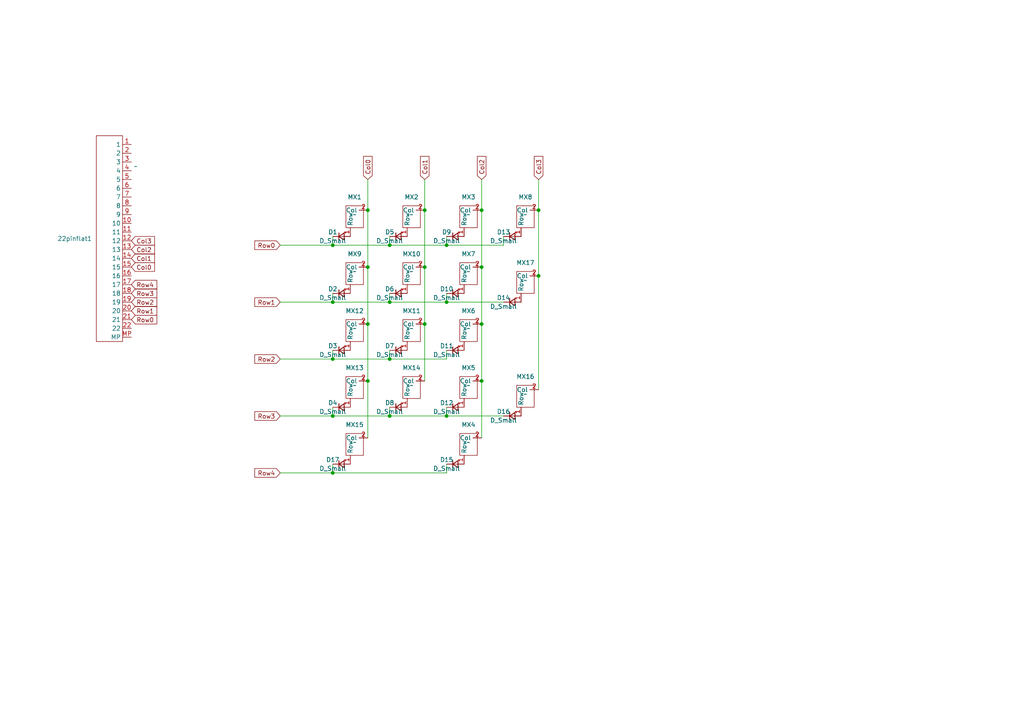
<source format=kicad_sch>
(kicad_sch (version 20230121) (generator eeschema)

  (uuid baaa0714-ba08-473a-9cc4-a622f5f125c4)

  (paper "A4")

  (lib_symbols
    (symbol "button_pcb_footprints:22_pin_flat" (in_bom yes) (on_board yes)
      (property "Reference" "22pinflat" (at 10.16 -19.05 90)
        (effects (font (size 1.27 1.27)))
      )
      (property "Value" "" (at 0 0 0)
        (effects (font (size 1.27 1.27)))
      )
      (property "Footprint" "Connector_FFC-FPC:Hirose_FH12-22S-0.5SH_1x22-1MP_P0.50mm_Horizontal" (at 0 0 0)
        (effects (font (size 1.27 1.27)) hide)
      )
      (property "Datasheet" "" (at 0 0 0)
        (effects (font (size 1.27 1.27)) hide)
      )
      (symbol "22_pin_flat_0_1"
        (rectangle (start 3.81 8.89) (end 11.43 -50.8)
          (stroke (width 0) (type default))
          (fill (type none))
        )
      )
      (symbol "22_pin_flat_1_1"
        (pin input line (at 1.27 6.35 0) (length 2.54)
          (name "1" (effects (font (size 1.27 1.27))))
          (number "1" (effects (font (size 1.27 1.27))))
        )
        (pin input line (at 1.27 -16.51 0) (length 2.54)
          (name "10" (effects (font (size 1.27 1.27))))
          (number "10" (effects (font (size 1.27 1.27))))
        )
        (pin input line (at 1.27 -19.05 0) (length 2.54)
          (name "11" (effects (font (size 1.27 1.27))))
          (number "11" (effects (font (size 1.27 1.27))))
        )
        (pin input line (at 1.27 -21.59 0) (length 2.54)
          (name "12" (effects (font (size 1.27 1.27))))
          (number "12" (effects (font (size 1.27 1.27))))
        )
        (pin input line (at 1.27 -24.13 0) (length 2.54)
          (name "13" (effects (font (size 1.27 1.27))))
          (number "13" (effects (font (size 1.27 1.27))))
        )
        (pin input line (at 1.27 -26.67 0) (length 2.54)
          (name "14" (effects (font (size 1.27 1.27))))
          (number "14" (effects (font (size 1.27 1.27))))
        )
        (pin input line (at 1.27 -29.21 0) (length 2.54)
          (name "15" (effects (font (size 1.27 1.27))))
          (number "15" (effects (font (size 1.27 1.27))))
        )
        (pin input line (at 1.27 -31.75 0) (length 2.54)
          (name "16" (effects (font (size 1.27 1.27))))
          (number "16" (effects (font (size 1.27 1.27))))
        )
        (pin input line (at 1.27 -34.29 0) (length 2.54)
          (name "17" (effects (font (size 1.27 1.27))))
          (number "17" (effects (font (size 1.27 1.27))))
        )
        (pin input line (at 1.27 -36.83 0) (length 2.54)
          (name "18" (effects (font (size 1.27 1.27))))
          (number "18" (effects (font (size 1.27 1.27))))
        )
        (pin input line (at 1.27 -39.37 0) (length 2.54)
          (name "19" (effects (font (size 1.27 1.27))))
          (number "19" (effects (font (size 1.27 1.27))))
        )
        (pin input line (at 1.27 3.81 0) (length 2.54)
          (name "2" (effects (font (size 1.27 1.27))))
          (number "2" (effects (font (size 1.27 1.27))))
        )
        (pin input line (at 1.27 -41.91 0) (length 2.54)
          (name "20" (effects (font (size 1.27 1.27))))
          (number "20" (effects (font (size 1.27 1.27))))
        )
        (pin input line (at 1.27 -44.45 0) (length 2.54)
          (name "21" (effects (font (size 1.27 1.27))))
          (number "21" (effects (font (size 1.27 1.27))))
        )
        (pin input line (at 1.27 -46.99 0) (length 2.54)
          (name "22" (effects (font (size 1.27 1.27))))
          (number "22" (effects (font (size 1.27 1.27))))
        )
        (pin input line (at 1.27 1.27 0) (length 2.54)
          (name "3" (effects (font (size 1.27 1.27))))
          (number "3" (effects (font (size 1.27 1.27))))
        )
        (pin input line (at 1.27 -1.27 0) (length 2.54)
          (name "4" (effects (font (size 1.27 1.27))))
          (number "4" (effects (font (size 1.27 1.27))))
        )
        (pin input line (at 1.27 -3.81 0) (length 2.54)
          (name "5" (effects (font (size 1.27 1.27))))
          (number "5" (effects (font (size 1.27 1.27))))
        )
        (pin input line (at 1.27 -6.35 0) (length 2.54)
          (name "6" (effects (font (size 1.27 1.27))))
          (number "6" (effects (font (size 1.27 1.27))))
        )
        (pin input line (at 1.27 -8.89 0) (length 2.54)
          (name "7" (effects (font (size 1.27 1.27))))
          (number "7" (effects (font (size 1.27 1.27))))
        )
        (pin input line (at 1.27 -11.43 0) (length 2.54)
          (name "8" (effects (font (size 1.27 1.27))))
          (number "8" (effects (font (size 1.27 1.27))))
        )
        (pin input line (at 1.27 -13.97 0) (length 2.54)
          (name "9" (effects (font (size 1.27 1.27))))
          (number "9" (effects (font (size 1.27 1.27))))
        )
        (pin input line (at 1.27 -49.53 0) (length 2.54)
          (name "MP" (effects (font (size 1.27 1.27))))
          (number "MP" (effects (font (size 1.27 1.27))))
        )
      )
    )
    (symbol "button_pcb_footprints:D_Small" (pin_numbers hide) (pin_names (offset 0.254) hide) (in_bom yes) (on_board yes)
      (property "Reference" "D" (at -1.27 2.032 0)
        (effects (font (size 1.27 1.27)) (justify left))
      )
      (property "Value" "D_Small" (at -3.81 -2.032 0)
        (effects (font (size 1.27 1.27)) (justify left))
      )
      (property "Footprint" "" (at 0 0 90)
        (effects (font (size 1.27 1.27)) hide)
      )
      (property "Datasheet" "~" (at 0 0 90)
        (effects (font (size 1.27 1.27)) hide)
      )
      (property "Sim.Device" "D" (at 0 0 0)
        (effects (font (size 1.27 1.27)) hide)
      )
      (property "Sim.Pins" "1=K 2=A" (at 0 0 0)
        (effects (font (size 1.27 1.27)) hide)
      )
      (property "ki_keywords" "diode" (at 0 0 0)
        (effects (font (size 1.27 1.27)) hide)
      )
      (property "ki_description" "Diode, small symbol" (at 0 0 0)
        (effects (font (size 1.27 1.27)) hide)
      )
      (property "ki_fp_filters" "TO-???* *_Diode_* *SingleDiode* D_*" (at 0 0 0)
        (effects (font (size 1.27 1.27)) hide)
      )
      (symbol "D_Small_0_1"
        (polyline
          (pts
            (xy -0.762 -1.016)
            (xy -0.762 1.016)
          )
          (stroke (width 0.254) (type default))
          (fill (type none))
        )
        (polyline
          (pts
            (xy -0.762 0)
            (xy 0.762 0)
          )
          (stroke (width 0) (type default))
          (fill (type none))
        )
        (polyline
          (pts
            (xy 0.762 -1.016)
            (xy -0.762 0)
            (xy 0.762 1.016)
            (xy 0.762 -1.016)
          )
          (stroke (width 0.254) (type default))
          (fill (type none))
        )
      )
      (symbol "D_Small_1_1"
        (pin passive line (at -2.54 0 0) (length 1.778)
          (name "K" (effects (font (size 1.27 1.27))))
          (number "1" (effects (font (size 1.27 1.27))))
        )
        (pin passive line (at 2.54 0 180) (length 1.778)
          (name "A" (effects (font (size 1.27 1.27))))
          (number "2" (effects (font (size 1.27 1.27))))
        )
      )
    )
    (symbol "button_pcb_footprints:mx-switch" (in_bom yes) (on_board yes)
      (property "Reference" "MX" (at 0 3.81 0)
        (effects (font (size 1.27 1.27)))
      )
      (property "Value" "" (at 0 0 0)
        (effects (font (size 1.27 1.27)))
      )
      (property "Footprint" "" (at 0 0 0)
        (effects (font (size 1.27 1.27)) hide)
      )
      (property "Datasheet" "" (at 0 0 0)
        (effects (font (size 1.27 1.27)) hide)
      )
      (symbol "mx-switch_0_1"
        (rectangle (start -2.54 2.54) (end 2.54 -3.81)
          (stroke (width 0) (type default))
          (fill (type none))
        )
      )
      (symbol "mx-switch_1_1"
        (pin input line (at -1.27 -6.35 90) (length 2.54)
          (name "Row" (effects (font (size 1.27 1.27))))
          (number "1" (effects (font (size 1.27 1.27))))
        )
        (pin input line (at 3.81 1.27 180) (length 2.54)
          (name "Col" (effects (font (size 1.27 1.27))))
          (number "2" (effects (font (size 1.27 1.27))))
        )
      )
    )
  )

  (junction (at 96.52 104.14) (diameter 0) (color 0 0 0 0)
    (uuid 01e45e40-8b83-4f37-96db-e14a789f2eca)
  )
  (junction (at 139.7 110.49) (diameter 0) (color 0 0 0 0)
    (uuid 097feb40-de7b-4c17-b687-542243e70cb4)
  )
  (junction (at 113.03 87.63) (diameter 0) (color 0 0 0 0)
    (uuid 1103e735-e593-4ce7-86ac-7f5e4046f954)
  )
  (junction (at 106.68 77.47) (diameter 0) (color 0 0 0 0)
    (uuid 171a3ab0-d43f-4754-b331-5cb191eafaff)
  )
  (junction (at 139.7 60.96) (diameter 0) (color 0 0 0 0)
    (uuid 1a186d37-5752-4b6c-a0d7-4e6af91a9f22)
  )
  (junction (at 96.52 87.63) (diameter 0) (color 0 0 0 0)
    (uuid 32c0468d-3cba-4f09-8f5e-8cb01c7db56d)
  )
  (junction (at 139.7 93.98) (diameter 0) (color 0 0 0 0)
    (uuid 48341425-d06e-484f-89ed-3739a9883eff)
  )
  (junction (at 106.68 93.98) (diameter 0) (color 0 0 0 0)
    (uuid 525c2eed-1ac4-4e34-9c26-594df8643397)
  )
  (junction (at 96.52 71.12) (diameter 0) (color 0 0 0 0)
    (uuid 64c2223a-ca4c-4c2b-91b6-d0d6f487051b)
  )
  (junction (at 123.19 77.47) (diameter 0) (color 0 0 0 0)
    (uuid 6e81df56-bfd8-45fc-baf4-4d9573dd176a)
  )
  (junction (at 106.68 60.96) (diameter 0) (color 0 0 0 0)
    (uuid 731f135c-1f8e-46f6-996e-4cf92435d849)
  )
  (junction (at 113.03 120.65) (diameter 0) (color 0 0 0 0)
    (uuid 784bdd92-2bf0-4261-84f5-e6e8450b8faf)
  )
  (junction (at 96.52 137.16) (diameter 0) (color 0 0 0 0)
    (uuid 8a7cfc0d-af20-4cd8-ab34-30e8847dceb0)
  )
  (junction (at 123.19 60.96) (diameter 0) (color 0 0 0 0)
    (uuid 98adb7ce-9208-4ef7-ae70-58f90fc75264)
  )
  (junction (at 106.68 110.49) (diameter 0) (color 0 0 0 0)
    (uuid 9952e4e4-f393-490c-89ab-d07b98422dc6)
  )
  (junction (at 113.03 104.14) (diameter 0) (color 0 0 0 0)
    (uuid aefaebb6-062b-47b9-bc02-112b9ba4fb59)
  )
  (junction (at 139.7 77.47) (diameter 0) (color 0 0 0 0)
    (uuid b26f2668-cdc1-46f8-aac1-340564d136b4)
  )
  (junction (at 129.54 87.63) (diameter 0) (color 0 0 0 0)
    (uuid bdb5018a-9881-4bba-b8ba-8cbd6e3aee8b)
  )
  (junction (at 113.03 71.12) (diameter 0) (color 0 0 0 0)
    (uuid c436a873-b0e4-4b4b-ba93-f3c9a8c804b6)
  )
  (junction (at 129.54 71.12) (diameter 0) (color 0 0 0 0)
    (uuid ce558fce-fe70-4800-9085-cb83bc0938b8)
  )
  (junction (at 96.52 120.65) (diameter 0) (color 0 0 0 0)
    (uuid e2dc63f7-7a75-4ffa-b5ca-37319e67a19c)
  )
  (junction (at 129.54 120.65) (diameter 0) (color 0 0 0 0)
    (uuid e60a44f5-cf6c-4481-b8a6-41ebe9a7bd66)
  )
  (junction (at 123.19 93.98) (diameter 0) (color 0 0 0 0)
    (uuid f956d7fb-4169-408c-b682-3efa5877f832)
  )
  (junction (at 156.21 60.96) (diameter 0) (color 0 0 0 0)
    (uuid fb38adc9-1c43-4add-b6c2-a1921cb38859)
  )
  (junction (at 156.21 80.01) (diameter 0) (color 0 0 0 0)
    (uuid fc51525e-e214-4126-a520-0543e8302169)
  )

  (wire (pts (xy 113.03 71.12) (xy 129.54 71.12))
    (stroke (width 0) (type default))
    (uuid 0123dbe6-8b60-409e-a98e-96660525dd38)
  )
  (wire (pts (xy 123.19 60.96) (xy 123.19 77.47))
    (stroke (width 0) (type default))
    (uuid 0db0882f-827c-423c-bd33-6bf313a11c9e)
  )
  (wire (pts (xy 81.28 71.12) (xy 96.52 71.12))
    (stroke (width 0) (type default))
    (uuid 0e904da1-0a80-4c4a-bc18-e6c3d97c0499)
  )
  (wire (pts (xy 96.52 104.14) (xy 113.03 104.14))
    (stroke (width 0) (type default))
    (uuid 10d3cde6-3e5c-4a11-b8ff-02f2c9914efa)
  )
  (wire (pts (xy 129.54 101.6) (xy 129.54 104.14))
    (stroke (width 0) (type default))
    (uuid 112739cd-11f1-4017-88d9-9b4805ad90cc)
  )
  (wire (pts (xy 123.19 77.47) (xy 123.19 93.98))
    (stroke (width 0) (type default))
    (uuid 17d7f386-f31e-400a-a66b-390308c28ecb)
  )
  (wire (pts (xy 96.52 101.6) (xy 96.52 104.14))
    (stroke (width 0) (type default))
    (uuid 19ce1015-d617-4775-bf44-52f3d1a2d9c5)
  )
  (wire (pts (xy 129.54 137.16) (xy 96.52 137.16))
    (stroke (width 0) (type default))
    (uuid 1cfe1e3a-4a15-49d1-bbf5-d362c5d4fd32)
  )
  (wire (pts (xy 139.7 52.07) (xy 139.7 60.96))
    (stroke (width 0) (type default))
    (uuid 24795167-3726-4521-8d94-08215a074edd)
  )
  (wire (pts (xy 81.28 87.63) (xy 96.52 87.63))
    (stroke (width 0) (type default))
    (uuid 2736e445-5cdd-45ac-8f12-69b09bbbea22)
  )
  (wire (pts (xy 156.21 60.96) (xy 156.21 80.01))
    (stroke (width 0) (type default))
    (uuid 2cb4a487-76ab-445b-94b9-6bc4941687f7)
  )
  (wire (pts (xy 106.68 110.49) (xy 106.68 127))
    (stroke (width 0) (type default))
    (uuid 34fb0287-9bbb-44d2-9b68-fe605e76fc85)
  )
  (wire (pts (xy 106.68 52.07) (xy 106.68 60.96))
    (stroke (width 0) (type default))
    (uuid 39789aa9-81e5-4778-867f-4b7f4c9a58e8)
  )
  (wire (pts (xy 106.68 93.98) (xy 106.68 110.49))
    (stroke (width 0) (type default))
    (uuid 3b6ebd94-422f-4aab-8cfe-f7a9e7bfede3)
  )
  (wire (pts (xy 113.03 85.09) (xy 113.03 87.63))
    (stroke (width 0) (type default))
    (uuid 3d5db019-e18b-4dad-a105-7bb4fc93ddc5)
  )
  (wire (pts (xy 129.54 87.63) (xy 146.05 87.63))
    (stroke (width 0) (type default))
    (uuid 41c9536e-527d-4e71-b833-752574175a54)
  )
  (wire (pts (xy 81.28 104.14) (xy 96.52 104.14))
    (stroke (width 0) (type default))
    (uuid 423dea13-87de-42cb-8702-82273cd85fae)
  )
  (wire (pts (xy 123.19 52.07) (xy 123.19 60.96))
    (stroke (width 0) (type default))
    (uuid 50ee0082-7a11-4528-89bd-12978938819e)
  )
  (wire (pts (xy 129.54 120.65) (xy 146.05 120.65))
    (stroke (width 0) (type default))
    (uuid 51831ed8-e74f-4dbc-bbc1-e8368613a306)
  )
  (wire (pts (xy 113.03 120.65) (xy 129.54 120.65))
    (stroke (width 0) (type default))
    (uuid 559c1371-cc31-4505-918a-9e65b3f7dd5a)
  )
  (wire (pts (xy 96.52 134.62) (xy 96.52 137.16))
    (stroke (width 0) (type default))
    (uuid 55bcc264-a1cf-4d7c-8920-051a6dc7df0c)
  )
  (wire (pts (xy 96.52 85.09) (xy 96.52 87.63))
    (stroke (width 0) (type default))
    (uuid 563cb4db-ce83-412f-bc4f-8ee5119a9f5c)
  )
  (wire (pts (xy 139.7 77.47) (xy 139.7 93.98))
    (stroke (width 0) (type default))
    (uuid 5684c2f3-12ee-4ea6-b498-1657bc0c03e5)
  )
  (wire (pts (xy 156.21 52.07) (xy 156.21 60.96))
    (stroke (width 0) (type default))
    (uuid 5f7fdb68-ae27-46f7-83ff-e12d2ceb5c16)
  )
  (wire (pts (xy 113.03 118.11) (xy 113.03 120.65))
    (stroke (width 0) (type default))
    (uuid 61890385-f1e4-4a39-abb2-1d9408de347a)
  )
  (wire (pts (xy 129.54 134.62) (xy 129.54 137.16))
    (stroke (width 0) (type default))
    (uuid 63ceb93f-586a-4d28-83e7-2d8d17f49e38)
  )
  (wire (pts (xy 81.28 137.16) (xy 96.52 137.16))
    (stroke (width 0) (type default))
    (uuid 71c425f7-b4b1-46b5-b3c2-f371def8460a)
  )
  (wire (pts (xy 139.7 60.96) (xy 139.7 77.47))
    (stroke (width 0) (type default))
    (uuid 755c8389-a9f5-45b6-b341-2f5ebb541292)
  )
  (wire (pts (xy 113.03 104.14) (xy 129.54 104.14))
    (stroke (width 0) (type default))
    (uuid 7859ca3f-e00f-46d4-9645-dc961f6c7cae)
  )
  (wire (pts (xy 96.52 71.12) (xy 113.03 71.12))
    (stroke (width 0) (type default))
    (uuid 868facee-fce3-446c-9276-f9a83e688c5f)
  )
  (wire (pts (xy 129.54 85.09) (xy 129.54 87.63))
    (stroke (width 0) (type default))
    (uuid 872e3476-1eb4-4d82-8e38-d514cc485677)
  )
  (wire (pts (xy 96.52 87.63) (xy 113.03 87.63))
    (stroke (width 0) (type default))
    (uuid 8af6b39b-28f6-428d-9555-03922aee01d4)
  )
  (wire (pts (xy 146.05 68.58) (xy 146.05 71.12))
    (stroke (width 0) (type default))
    (uuid 8bca84a8-d451-4409-835c-d6ec222f38d7)
  )
  (wire (pts (xy 123.19 93.98) (xy 123.19 110.49))
    (stroke (width 0) (type default))
    (uuid 8ffbf69e-4707-4705-b70e-7840a633853a)
  )
  (wire (pts (xy 96.52 120.65) (xy 113.03 120.65))
    (stroke (width 0) (type default))
    (uuid 9b44b3c3-bd03-40cb-bf7a-1f4471becc37)
  )
  (wire (pts (xy 106.68 77.47) (xy 106.68 93.98))
    (stroke (width 0) (type default))
    (uuid 9d32caff-ee05-468a-ac83-79a2f790f74e)
  )
  (wire (pts (xy 96.52 118.11) (xy 96.52 120.65))
    (stroke (width 0) (type default))
    (uuid a3ba68a7-9d50-4ea1-a486-939a7c055a44)
  )
  (wire (pts (xy 139.7 110.49) (xy 139.7 127))
    (stroke (width 0) (type default))
    (uuid a75d98f7-5615-4ab5-9cd4-4f8afb4a1156)
  )
  (wire (pts (xy 113.03 87.63) (xy 129.54 87.63))
    (stroke (width 0) (type default))
    (uuid b942a9ea-33db-4891-8677-0cfd2cd2e137)
  )
  (wire (pts (xy 129.54 71.12) (xy 146.05 71.12))
    (stroke (width 0) (type default))
    (uuid bba2d2f8-a766-45c7-b45a-86bcdb9c741a)
  )
  (wire (pts (xy 96.52 68.58) (xy 96.52 71.12))
    (stroke (width 0) (type default))
    (uuid bbcdb4aa-1050-4e15-8d95-bc76310a52bb)
  )
  (wire (pts (xy 113.03 101.6) (xy 113.03 104.14))
    (stroke (width 0) (type default))
    (uuid d4c4dc06-0128-47cf-aa92-07921348b0da)
  )
  (wire (pts (xy 156.21 80.01) (xy 156.21 113.03))
    (stroke (width 0) (type default))
    (uuid e439d909-25f5-43d9-9160-dc7a1da6acf9)
  )
  (wire (pts (xy 129.54 118.11) (xy 129.54 120.65))
    (stroke (width 0) (type default))
    (uuid e778c941-1865-4ed0-ba6f-98896a292d29)
  )
  (wire (pts (xy 113.03 68.58) (xy 113.03 71.12))
    (stroke (width 0) (type default))
    (uuid ef8bebac-2582-4d1e-83a8-20c986f669d2)
  )
  (wire (pts (xy 129.54 68.58) (xy 129.54 71.12))
    (stroke (width 0) (type default))
    (uuid f3f80627-3186-4564-8a5b-8b9ea60749c0)
  )
  (wire (pts (xy 81.28 120.65) (xy 96.52 120.65))
    (stroke (width 0) (type default))
    (uuid fbff5fc5-65b0-45ba-a5bd-b40b93026e34)
  )
  (wire (pts (xy 139.7 93.98) (xy 139.7 110.49))
    (stroke (width 0) (type default))
    (uuid fca3ea86-c68e-4aa9-8c36-0aa07f082a44)
  )
  (wire (pts (xy 106.68 60.96) (xy 106.68 77.47))
    (stroke (width 0) (type default))
    (uuid fdfcdd2a-1c91-44c8-a493-e9a95fd2bb04)
  )

  (global_label "Col1" (shape input) (at 38.1 74.93 0) (fields_autoplaced)
    (effects (font (size 1.27 1.27)) (justify left))
    (uuid 2fb4bb9a-5c46-4640-aca3-39448d300b19)
    (property "Intersheetrefs" "${INTERSHEET_REFS}" (at 45.3789 74.93 0)
      (effects (font (size 1.27 1.27)) (justify left) hide)
    )
  )
  (global_label "Row3" (shape input) (at 38.1 85.09 0) (fields_autoplaced)
    (effects (font (size 1.27 1.27)) (justify left))
    (uuid 445380b2-efb9-4534-b659-4c11c3f3e064)
    (property "Intersheetrefs" "${INTERSHEET_REFS}" (at 46.0442 85.09 0)
      (effects (font (size 1.27 1.27)) (justify left) hide)
    )
  )
  (global_label "Col2" (shape input) (at 139.7 52.07 90) (fields_autoplaced)
    (effects (font (size 1.27 1.27)) (justify left))
    (uuid 5a51fcab-9ba4-474d-a901-45b07dc47edf)
    (property "Intersheetrefs" "${INTERSHEET_REFS}" (at 139.7 44.7911 90)
      (effects (font (size 1.27 1.27)) (justify left) hide)
    )
  )
  (global_label "Col2" (shape input) (at 38.1 72.39 0) (fields_autoplaced)
    (effects (font (size 1.27 1.27)) (justify left))
    (uuid 5ec9382a-302f-419a-bc40-5f8e01d645df)
    (property "Intersheetrefs" "${INTERSHEET_REFS}" (at 45.3789 72.39 0)
      (effects (font (size 1.27 1.27)) (justify left) hide)
    )
  )
  (global_label "Row1" (shape input) (at 81.28 87.63 180) (fields_autoplaced)
    (effects (font (size 1.27 1.27)) (justify right))
    (uuid 7a39296b-dd4d-488b-8a50-748f355a3d38)
    (property "Intersheetrefs" "${INTERSHEET_REFS}" (at 73.3358 87.63 0)
      (effects (font (size 1.27 1.27)) (justify right) hide)
    )
  )
  (global_label "Row4" (shape input) (at 81.28 137.16 180) (fields_autoplaced)
    (effects (font (size 1.27 1.27)) (justify right))
    (uuid 832bc588-2042-4c6a-946c-977ee48ac86f)
    (property "Intersheetrefs" "${INTERSHEET_REFS}" (at 73.3358 137.16 0)
      (effects (font (size 1.27 1.27)) (justify right) hide)
    )
  )
  (global_label "Row3" (shape input) (at 81.28 120.65 180) (fields_autoplaced)
    (effects (font (size 1.27 1.27)) (justify right))
    (uuid 8a2a8a54-ec69-4044-ace4-bd6c06593dd1)
    (property "Intersheetrefs" "${INTERSHEET_REFS}" (at 73.3358 120.65 0)
      (effects (font (size 1.27 1.27)) (justify right) hide)
    )
  )
  (global_label "Row2" (shape input) (at 38.1 87.63 0) (fields_autoplaced)
    (effects (font (size 1.27 1.27)) (justify left))
    (uuid 8c059876-da2f-4c14-8c24-d8863b61f129)
    (property "Intersheetrefs" "${INTERSHEET_REFS}" (at 46.0442 87.63 0)
      (effects (font (size 1.27 1.27)) (justify left) hide)
    )
  )
  (global_label "Row0" (shape input) (at 81.28 71.12 180) (fields_autoplaced)
    (effects (font (size 1.27 1.27)) (justify right))
    (uuid 960d7fb2-cdf7-4aed-b64b-c65dc40d39ad)
    (property "Intersheetrefs" "${INTERSHEET_REFS}" (at 73.3358 71.12 0)
      (effects (font (size 1.27 1.27)) (justify right) hide)
    )
  )
  (global_label "Col1" (shape input) (at 123.19 52.07 90) (fields_autoplaced)
    (effects (font (size 1.27 1.27)) (justify left))
    (uuid 9754bc62-10f8-42ae-8e39-6ecf04725d54)
    (property "Intersheetrefs" "${INTERSHEET_REFS}" (at 123.19 44.7911 90)
      (effects (font (size 1.27 1.27)) (justify left) hide)
    )
  )
  (global_label "Row0" (shape input) (at 38.1 92.71 0) (fields_autoplaced)
    (effects (font (size 1.27 1.27)) (justify left))
    (uuid 9bf48907-6dea-44af-880b-e92ecd13a5b2)
    (property "Intersheetrefs" "${INTERSHEET_REFS}" (at 46.0442 92.71 0)
      (effects (font (size 1.27 1.27)) (justify left) hide)
    )
  )
  (global_label "Col3" (shape input) (at 156.21 52.07 90) (fields_autoplaced)
    (effects (font (size 1.27 1.27)) (justify left))
    (uuid aa36f7a7-73f5-400f-a04e-7b6c6abaf2c7)
    (property "Intersheetrefs" "${INTERSHEET_REFS}" (at 156.21 44.7911 90)
      (effects (font (size 1.27 1.27)) (justify left) hide)
    )
  )
  (global_label "Row1" (shape input) (at 38.1 90.17 0) (fields_autoplaced)
    (effects (font (size 1.27 1.27)) (justify left))
    (uuid bc02378b-513a-4ccf-9b36-614026e71804)
    (property "Intersheetrefs" "${INTERSHEET_REFS}" (at 46.0442 90.17 0)
      (effects (font (size 1.27 1.27)) (justify left) hide)
    )
  )
  (global_label "Row2" (shape input) (at 81.28 104.14 180) (fields_autoplaced)
    (effects (font (size 1.27 1.27)) (justify right))
    (uuid c1c159f8-898a-4340-a0ec-ac8d73e6d2e2)
    (property "Intersheetrefs" "${INTERSHEET_REFS}" (at 73.3358 104.14 0)
      (effects (font (size 1.27 1.27)) (justify right) hide)
    )
  )
  (global_label "Col0" (shape input) (at 38.1 77.47 0) (fields_autoplaced)
    (effects (font (size 1.27 1.27)) (justify left))
    (uuid cfd77604-d643-48c6-80c3-7789484f14c3)
    (property "Intersheetrefs" "${INTERSHEET_REFS}" (at 45.3789 77.47 0)
      (effects (font (size 1.27 1.27)) (justify left) hide)
    )
  )
  (global_label "Col3" (shape input) (at 38.1 69.85 0) (fields_autoplaced)
    (effects (font (size 1.27 1.27)) (justify left))
    (uuid e46bae8c-1283-40c4-abb6-f8b518b38b9f)
    (property "Intersheetrefs" "${INTERSHEET_REFS}" (at 45.3789 69.85 0)
      (effects (font (size 1.27 1.27)) (justify left) hide)
    )
  )
  (global_label "Row4" (shape input) (at 38.1 82.55 0) (fields_autoplaced)
    (effects (font (size 1.27 1.27)) (justify left))
    (uuid e65717e6-772e-4391-b42b-ccb5e14e365a)
    (property "Intersheetrefs" "${INTERSHEET_REFS}" (at 46.0442 82.55 0)
      (effects (font (size 1.27 1.27)) (justify left) hide)
    )
  )
  (global_label "Col0" (shape input) (at 106.68 52.07 90) (fields_autoplaced)
    (effects (font (size 1.27 1.27)) (justify left))
    (uuid ea165d79-86da-41d1-9117-e3615505fffe)
    (property "Intersheetrefs" "${INTERSHEET_REFS}" (at 106.68 44.7911 90)
      (effects (font (size 1.27 1.27)) (justify left) hide)
    )
  )

  (symbol (lib_id "button_pcb_footprints:mx-switch") (at 102.87 95.25 0) (unit 1)
    (in_bom yes) (on_board yes) (dnp no) (fields_autoplaced)
    (uuid 03f3026d-7ae1-4e4d-9da7-27f274b86394)
    (property "Reference" "MX12" (at 102.87 90.17 0)
      (effects (font (size 1.27 1.27)))
    )
    (property "Value" "~" (at 102.87 95.25 0)
      (effects (font (size 1.27 1.27)))
    )
    (property "Footprint" "button_pcb_footprints:MX-Hotswap-1U" (at 102.87 95.25 0)
      (effects (font (size 1.27 1.27)) hide)
    )
    (property "Datasheet" "" (at 102.87 95.25 0)
      (effects (font (size 1.27 1.27)) hide)
    )
    (pin "1" (uuid b4344af3-3002-4bb9-9db1-4002f6468b14))
    (pin "2" (uuid 34b0a52c-f7c5-4b33-8603-690ab667dae9))
    (instances
      (project "button_pcb"
        (path "/baaa0714-ba08-473a-9cc4-a622f5f125c4"
          (reference "MX12") (unit 1)
        )
      )
    )
  )

  (symbol (lib_id "button_pcb_footprints:mx-switch") (at 119.38 95.25 0) (unit 1)
    (in_bom yes) (on_board yes) (dnp no) (fields_autoplaced)
    (uuid 090c1dee-8469-4f77-9a09-d2164cee8519)
    (property "Reference" "MX11" (at 119.38 90.17 0)
      (effects (font (size 1.27 1.27)))
    )
    (property "Value" "~" (at 119.38 95.25 0)
      (effects (font (size 1.27 1.27)))
    )
    (property "Footprint" "button_pcb_footprints:MX-Hotswap-1U" (at 119.38 95.25 0)
      (effects (font (size 1.27 1.27)) hide)
    )
    (property "Datasheet" "" (at 119.38 95.25 0)
      (effects (font (size 1.27 1.27)) hide)
    )
    (pin "1" (uuid befff265-0b08-45ec-a415-3612b6613a62))
    (pin "2" (uuid f996a315-2457-4bec-9e78-fa63f336f0ef))
    (instances
      (project "button_pcb"
        (path "/baaa0714-ba08-473a-9cc4-a622f5f125c4"
          (reference "MX11") (unit 1)
        )
      )
    )
  )

  (symbol (lib_id "button_pcb_footprints:mx-switch") (at 135.89 62.23 0) (unit 1)
    (in_bom yes) (on_board yes) (dnp no) (fields_autoplaced)
    (uuid 15135207-c646-4d77-8a18-845afa45dbdf)
    (property "Reference" "MX3" (at 135.89 57.15 0)
      (effects (font (size 1.27 1.27)))
    )
    (property "Value" "~" (at 135.89 62.23 0)
      (effects (font (size 1.27 1.27)))
    )
    (property "Footprint" "button_pcb_footprints:MX-Hotswap-1U" (at 135.89 62.23 0)
      (effects (font (size 1.27 1.27)) hide)
    )
    (property "Datasheet" "" (at 135.89 62.23 0)
      (effects (font (size 1.27 1.27)) hide)
    )
    (pin "1" (uuid 6e2f68e2-3dca-4c78-8d62-427347f26c29))
    (pin "2" (uuid 32ce2373-5563-4763-b04d-9fed4495fea9))
    (instances
      (project "button_pcb"
        (path "/baaa0714-ba08-473a-9cc4-a622f5f125c4"
          (reference "MX3") (unit 1)
        )
      )
    )
  )

  (symbol (lib_id "button_pcb_footprints:D_Small") (at 132.08 101.6 0) (unit 1)
    (in_bom yes) (on_board yes) (dnp no)
    (uuid 1edfcdc3-aa6d-4a77-8966-0cafd0bd9663)
    (property "Reference" "D11" (at 129.54 100.33 0)
      (effects (font (size 1.27 1.27)))
    )
    (property "Value" "D_Small" (at 129.54 102.87 0)
      (effects (font (size 1.27 1.27)))
    )
    (property "Footprint" "button_pcb_footprints:D_SOD-123" (at 132.08 101.6 90)
      (effects (font (size 1.27 1.27)) hide)
    )
    (property "Datasheet" "~" (at 132.08 101.6 90)
      (effects (font (size 1.27 1.27)) hide)
    )
    (property "Sim.Device" "D" (at 132.08 101.6 0)
      (effects (font (size 1.27 1.27)) hide)
    )
    (property "Sim.Pins" "1=K 2=A" (at 132.08 101.6 0)
      (effects (font (size 1.27 1.27)) hide)
    )
    (pin "1" (uuid 9c188b59-f20e-42a1-98aa-9024fbbada4e))
    (pin "2" (uuid dc4c0d54-c42c-4516-ab97-c5e65ad0376b))
    (instances
      (project "button_pcb"
        (path "/baaa0714-ba08-473a-9cc4-a622f5f125c4"
          (reference "D11") (unit 1)
        )
      )
    )
  )

  (symbol (lib_id "button_pcb_footprints:D_Small") (at 132.08 85.09 0) (unit 1)
    (in_bom yes) (on_board yes) (dnp no)
    (uuid 20546de2-2f60-42a0-9ccf-fa60b64ad2fa)
    (property "Reference" "D10" (at 129.54 83.82 0)
      (effects (font (size 1.27 1.27)))
    )
    (property "Value" "D_Small" (at 129.54 86.36 0)
      (effects (font (size 1.27 1.27)))
    )
    (property "Footprint" "button_pcb_footprints:D_SOD-123" (at 132.08 85.09 90)
      (effects (font (size 1.27 1.27)) hide)
    )
    (property "Datasheet" "~" (at 132.08 85.09 90)
      (effects (font (size 1.27 1.27)) hide)
    )
    (property "Sim.Device" "D" (at 132.08 85.09 0)
      (effects (font (size 1.27 1.27)) hide)
    )
    (property "Sim.Pins" "1=K 2=A" (at 132.08 85.09 0)
      (effects (font (size 1.27 1.27)) hide)
    )
    (pin "1" (uuid 574a9edc-5e6d-49d1-98e7-6bea18e9aac7))
    (pin "2" (uuid 0a514d29-ee96-4b83-a5ed-7c623e50d9b6))
    (instances
      (project "button_pcb"
        (path "/baaa0714-ba08-473a-9cc4-a622f5f125c4"
          (reference "D10") (unit 1)
        )
      )
    )
  )

  (symbol (lib_id "button_pcb_footprints:D_Small") (at 99.06 118.11 0) (unit 1)
    (in_bom yes) (on_board yes) (dnp no)
    (uuid 287ff429-c583-49d2-8f8c-51d36002688b)
    (property "Reference" "D4" (at 96.52 116.84 0)
      (effects (font (size 1.27 1.27)))
    )
    (property "Value" "D_Small" (at 96.52 119.38 0)
      (effects (font (size 1.27 1.27)))
    )
    (property "Footprint" "button_pcb_footprints:D_SOD-123" (at 99.06 118.11 90)
      (effects (font (size 1.27 1.27)) hide)
    )
    (property "Datasheet" "~" (at 99.06 118.11 90)
      (effects (font (size 1.27 1.27)) hide)
    )
    (property "Sim.Device" "D" (at 99.06 118.11 0)
      (effects (font (size 1.27 1.27)) hide)
    )
    (property "Sim.Pins" "1=K 2=A" (at 99.06 118.11 0)
      (effects (font (size 1.27 1.27)) hide)
    )
    (pin "1" (uuid 9806bd88-6d49-40ce-9188-1a101c566530))
    (pin "2" (uuid fae87826-f941-4e74-acb8-7922afbb925c))
    (instances
      (project "button_pcb"
        (path "/baaa0714-ba08-473a-9cc4-a622f5f125c4"
          (reference "D4") (unit 1)
        )
      )
    )
  )

  (symbol (lib_id "button_pcb_footprints:D_Small") (at 148.59 68.58 0) (unit 1)
    (in_bom yes) (on_board yes) (dnp no)
    (uuid 2d658340-f1ae-4cf1-aeda-ed385ab8b816)
    (property "Reference" "D13" (at 146.05 67.31 0)
      (effects (font (size 1.27 1.27)))
    )
    (property "Value" "D_Small" (at 146.05 69.85 0)
      (effects (font (size 1.27 1.27)))
    )
    (property "Footprint" "button_pcb_footprints:D_SOD-123" (at 148.59 68.58 90)
      (effects (font (size 1.27 1.27)) hide)
    )
    (property "Datasheet" "~" (at 148.59 68.58 90)
      (effects (font (size 1.27 1.27)) hide)
    )
    (property "Sim.Device" "D" (at 148.59 68.58 0)
      (effects (font (size 1.27 1.27)) hide)
    )
    (property "Sim.Pins" "1=K 2=A" (at 148.59 68.58 0)
      (effects (font (size 1.27 1.27)) hide)
    )
    (pin "1" (uuid ea54dc7e-4577-4ba8-ba3d-551a6f4fb40a))
    (pin "2" (uuid 9cd24e3c-7022-4402-b6ff-dd5f8d9dc708))
    (instances
      (project "button_pcb"
        (path "/baaa0714-ba08-473a-9cc4-a622f5f125c4"
          (reference "D13") (unit 1)
        )
      )
    )
  )

  (symbol (lib_id "button_pcb_footprints:D_Small") (at 132.08 68.58 0) (unit 1)
    (in_bom yes) (on_board yes) (dnp no)
    (uuid 3a333763-ac38-42b8-8817-01e38aad6e73)
    (property "Reference" "D9" (at 129.54 67.31 0)
      (effects (font (size 1.27 1.27)))
    )
    (property "Value" "D_Small" (at 129.54 69.85 0)
      (effects (font (size 1.27 1.27)))
    )
    (property "Footprint" "button_pcb_footprints:D_SOD-123" (at 132.08 68.58 90)
      (effects (font (size 1.27 1.27)) hide)
    )
    (property "Datasheet" "~" (at 132.08 68.58 90)
      (effects (font (size 1.27 1.27)) hide)
    )
    (property "Sim.Device" "D" (at 132.08 68.58 0)
      (effects (font (size 1.27 1.27)) hide)
    )
    (property "Sim.Pins" "1=K 2=A" (at 132.08 68.58 0)
      (effects (font (size 1.27 1.27)) hide)
    )
    (pin "1" (uuid dbdd677b-324c-4d8b-b9fa-26a338cfcb0d))
    (pin "2" (uuid 2bf32f1c-c1dc-48b7-8f88-3c9054964875))
    (instances
      (project "button_pcb"
        (path "/baaa0714-ba08-473a-9cc4-a622f5f125c4"
          (reference "D9") (unit 1)
        )
      )
    )
  )

  (symbol (lib_id "button_pcb_footprints:mx-switch") (at 152.4 62.23 0) (unit 1)
    (in_bom yes) (on_board yes) (dnp no) (fields_autoplaced)
    (uuid 3ae0bdfe-c074-4b18-bc92-5412958315e4)
    (property "Reference" "MX8" (at 152.4 57.15 0)
      (effects (font (size 1.27 1.27)))
    )
    (property "Value" "~" (at 152.4 62.23 0)
      (effects (font (size 1.27 1.27)))
    )
    (property "Footprint" "button_pcb_footprints:MX-Hotswap-1U" (at 152.4 62.23 0)
      (effects (font (size 1.27 1.27)) hide)
    )
    (property "Datasheet" "" (at 152.4 62.23 0)
      (effects (font (size 1.27 1.27)) hide)
    )
    (pin "1" (uuid 7c314274-8420-443e-adfd-adc5cc66dab9))
    (pin "2" (uuid 57d1afb6-4f75-4ed7-bbbe-b69a8a8db572))
    (instances
      (project "button_pcb"
        (path "/baaa0714-ba08-473a-9cc4-a622f5f125c4"
          (reference "MX8") (unit 1)
        )
      )
    )
  )

  (symbol (lib_id "button_pcb_footprints:mx-switch") (at 119.38 111.76 0) (unit 1)
    (in_bom yes) (on_board yes) (dnp no) (fields_autoplaced)
    (uuid 3df05bd5-41df-4fd9-9f54-cf591a2f046f)
    (property "Reference" "MX14" (at 119.38 106.68 0)
      (effects (font (size 1.27 1.27)))
    )
    (property "Value" "~" (at 119.38 111.76 0)
      (effects (font (size 1.27 1.27)))
    )
    (property "Footprint" "button_pcb_footprints:MX-Hotswap-1U" (at 119.38 111.76 0)
      (effects (font (size 1.27 1.27)) hide)
    )
    (property "Datasheet" "" (at 119.38 111.76 0)
      (effects (font (size 1.27 1.27)) hide)
    )
    (pin "1" (uuid 26a59370-1357-4ec3-82c9-fe12b72b439e))
    (pin "2" (uuid d14fac8f-e582-4b78-9e3e-0bd86a24205c))
    (instances
      (project "button_pcb"
        (path "/baaa0714-ba08-473a-9cc4-a622f5f125c4"
          (reference "MX14") (unit 1)
        )
      )
    )
  )

  (symbol (lib_id "button_pcb_footprints:mx-switch") (at 135.89 111.76 0) (unit 1)
    (in_bom yes) (on_board yes) (dnp no) (fields_autoplaced)
    (uuid 43b0647e-7970-49d7-91e4-ee0ae01677d8)
    (property "Reference" "MX5" (at 135.89 106.68 0)
      (effects (font (size 1.27 1.27)))
    )
    (property "Value" "~" (at 135.89 111.76 0)
      (effects (font (size 1.27 1.27)))
    )
    (property "Footprint" "button_pcb_footprints:MX-Hotswap-1U" (at 135.89 111.76 0)
      (effects (font (size 1.27 1.27)) hide)
    )
    (property "Datasheet" "" (at 135.89 111.76 0)
      (effects (font (size 1.27 1.27)) hide)
    )
    (pin "1" (uuid c6c752c5-134d-45ac-893e-8acdab130cb3))
    (pin "2" (uuid f0ff9085-55ad-4fb7-a2c4-889e4c055458))
    (instances
      (project "button_pcb"
        (path "/baaa0714-ba08-473a-9cc4-a622f5f125c4"
          (reference "MX5") (unit 1)
        )
      )
    )
  )

  (symbol (lib_id "button_pcb_footprints:D_Small") (at 115.57 85.09 0) (unit 1)
    (in_bom yes) (on_board yes) (dnp no)
    (uuid 4da31828-f54a-489d-b41a-f0f020cc2d26)
    (property "Reference" "D6" (at 113.03 83.82 0)
      (effects (font (size 1.27 1.27)))
    )
    (property "Value" "D_Small" (at 113.03 86.36 0)
      (effects (font (size 1.27 1.27)))
    )
    (property "Footprint" "button_pcb_footprints:D_SOD-123" (at 115.57 85.09 90)
      (effects (font (size 1.27 1.27)) hide)
    )
    (property "Datasheet" "~" (at 115.57 85.09 90)
      (effects (font (size 1.27 1.27)) hide)
    )
    (property "Sim.Device" "D" (at 115.57 85.09 0)
      (effects (font (size 1.27 1.27)) hide)
    )
    (property "Sim.Pins" "1=K 2=A" (at 115.57 85.09 0)
      (effects (font (size 1.27 1.27)) hide)
    )
    (pin "1" (uuid fb5ea991-5092-444e-9bd3-187070169845))
    (pin "2" (uuid d5eb537a-46b5-49e7-a961-b389f2bd08a9))
    (instances
      (project "button_pcb"
        (path "/baaa0714-ba08-473a-9cc4-a622f5f125c4"
          (reference "D6") (unit 1)
        )
      )
    )
  )

  (symbol (lib_id "button_pcb_footprints:mx-switch") (at 152.4 114.3 0) (unit 1)
    (in_bom yes) (on_board yes) (dnp no) (fields_autoplaced)
    (uuid 4e7a7036-a9cd-45ed-a03d-7ec4531b3751)
    (property "Reference" "MX16" (at 152.4 109.22 0)
      (effects (font (size 1.27 1.27)))
    )
    (property "Value" "~" (at 152.4 114.3 0)
      (effects (font (size 1.27 1.27)))
    )
    (property "Footprint" "button_pcb_footprints:MX-Hotswap-2U-Vertical" (at 152.4 114.3 0)
      (effects (font (size 1.27 1.27)) hide)
    )
    (property "Datasheet" "" (at 152.4 114.3 0)
      (effects (font (size 1.27 1.27)) hide)
    )
    (pin "1" (uuid 397e5361-3d34-4408-ab72-b0d18271f345))
    (pin "2" (uuid b9dc5d65-6390-40fd-8ca8-5855f9b363ff))
    (instances
      (project "button_pcb"
        (path "/baaa0714-ba08-473a-9cc4-a622f5f125c4"
          (reference "MX16") (unit 1)
        )
      )
    )
  )

  (symbol (lib_id "button_pcb_footprints:mx-switch") (at 102.87 62.23 0) (unit 1)
    (in_bom yes) (on_board yes) (dnp no) (fields_autoplaced)
    (uuid 53b3fcc2-ffd2-4444-b372-c77b5334273f)
    (property "Reference" "MX1" (at 102.87 57.15 0)
      (effects (font (size 1.27 1.27)))
    )
    (property "Value" "~" (at 102.87 62.23 0)
      (effects (font (size 1.27 1.27)))
    )
    (property "Footprint" "button_pcb_footprints:MX-Hotswap-1U" (at 102.87 62.23 0)
      (effects (font (size 1.27 1.27)) hide)
    )
    (property "Datasheet" "" (at 102.87 62.23 0)
      (effects (font (size 1.27 1.27)) hide)
    )
    (pin "1" (uuid d69e9615-4795-4202-8d99-b10889942890))
    (pin "2" (uuid b94e7419-3784-43ad-84be-1a17fbca75f8))
    (instances
      (project "button_pcb"
        (path "/baaa0714-ba08-473a-9cc4-a622f5f125c4"
          (reference "MX1") (unit 1)
        )
      )
    )
  )

  (symbol (lib_id "button_pcb_footprints:mx-switch") (at 119.38 62.23 0) (unit 1)
    (in_bom yes) (on_board yes) (dnp no) (fields_autoplaced)
    (uuid 594f10c2-2df8-4e2c-a6cf-13098ab488e9)
    (property "Reference" "MX2" (at 119.38 57.15 0)
      (effects (font (size 1.27 1.27)))
    )
    (property "Value" "~" (at 119.38 62.23 0)
      (effects (font (size 1.27 1.27)))
    )
    (property "Footprint" "button_pcb_footprints:MX-Hotswap-1U" (at 119.38 62.23 0)
      (effects (font (size 1.27 1.27)) hide)
    )
    (property "Datasheet" "" (at 119.38 62.23 0)
      (effects (font (size 1.27 1.27)) hide)
    )
    (pin "1" (uuid c6c42a27-a894-4b30-baa9-d388ec46fd17))
    (pin "2" (uuid 1b46e44a-15bd-40dd-b171-d49686ce8349))
    (instances
      (project "button_pcb"
        (path "/baaa0714-ba08-473a-9cc4-a622f5f125c4"
          (reference "MX2") (unit 1)
        )
      )
    )
  )

  (symbol (lib_id "button_pcb_footprints:D_Small") (at 115.57 118.11 0) (unit 1)
    (in_bom yes) (on_board yes) (dnp no)
    (uuid 6beefee5-e6c4-46f6-b075-5f4b9608a28f)
    (property "Reference" "D8" (at 113.03 116.84 0)
      (effects (font (size 1.27 1.27)))
    )
    (property "Value" "D_Small" (at 113.03 119.38 0)
      (effects (font (size 1.27 1.27)))
    )
    (property "Footprint" "button_pcb_footprints:D_SOD-123" (at 115.57 118.11 90)
      (effects (font (size 1.27 1.27)) hide)
    )
    (property "Datasheet" "~" (at 115.57 118.11 90)
      (effects (font (size 1.27 1.27)) hide)
    )
    (property "Sim.Device" "D" (at 115.57 118.11 0)
      (effects (font (size 1.27 1.27)) hide)
    )
    (property "Sim.Pins" "1=K 2=A" (at 115.57 118.11 0)
      (effects (font (size 1.27 1.27)) hide)
    )
    (pin "1" (uuid 6311c897-2e4a-4796-8514-82a0b501dd06))
    (pin "2" (uuid 8e45517d-0801-4022-9fd5-9b898fd7e0b7))
    (instances
      (project "button_pcb"
        (path "/baaa0714-ba08-473a-9cc4-a622f5f125c4"
          (reference "D8") (unit 1)
        )
      )
    )
  )

  (symbol (lib_id "button_pcb_footprints:D_Small") (at 148.59 87.63 0) (unit 1)
    (in_bom yes) (on_board yes) (dnp no)
    (uuid 71bd51cb-b8ab-4f02-85bb-39aded10768f)
    (property "Reference" "D14" (at 146.05 86.36 0)
      (effects (font (size 1.27 1.27)))
    )
    (property "Value" "D_Small" (at 146.05 88.9 0)
      (effects (font (size 1.27 1.27)))
    )
    (property "Footprint" "button_pcb_footprints:D_SOD-123" (at 148.59 87.63 90)
      (effects (font (size 1.27 1.27)) hide)
    )
    (property "Datasheet" "~" (at 148.59 87.63 90)
      (effects (font (size 1.27 1.27)) hide)
    )
    (property "Sim.Device" "D" (at 148.59 87.63 0)
      (effects (font (size 1.27 1.27)) hide)
    )
    (property "Sim.Pins" "1=K 2=A" (at 148.59 87.63 0)
      (effects (font (size 1.27 1.27)) hide)
    )
    (pin "1" (uuid 92fd4eea-a903-4c95-97a8-17bfc29c173c))
    (pin "2" (uuid 5fa8537e-8602-4d6b-936d-11df32831965))
    (instances
      (project "button_pcb"
        (path "/baaa0714-ba08-473a-9cc4-a622f5f125c4"
          (reference "D14") (unit 1)
        )
      )
    )
  )

  (symbol (lib_id "button_pcb_footprints:D_Small") (at 115.57 101.6 0) (unit 1)
    (in_bom yes) (on_board yes) (dnp no)
    (uuid 72b5f413-c52e-44b8-9799-3ca80a1c9654)
    (property "Reference" "D7" (at 113.03 100.33 0)
      (effects (font (size 1.27 1.27)))
    )
    (property "Value" "D_Small" (at 113.03 102.87 0)
      (effects (font (size 1.27 1.27)))
    )
    (property "Footprint" "button_pcb_footprints:D_SOD-123" (at 115.57 101.6 90)
      (effects (font (size 1.27 1.27)) hide)
    )
    (property "Datasheet" "~" (at 115.57 101.6 90)
      (effects (font (size 1.27 1.27)) hide)
    )
    (property "Sim.Device" "D" (at 115.57 101.6 0)
      (effects (font (size 1.27 1.27)) hide)
    )
    (property "Sim.Pins" "1=K 2=A" (at 115.57 101.6 0)
      (effects (font (size 1.27 1.27)) hide)
    )
    (pin "1" (uuid 4b651428-a450-4891-8b3c-e4c32bd8a864))
    (pin "2" (uuid 92eb7e36-b61f-4481-8171-19e1be215b78))
    (instances
      (project "button_pcb"
        (path "/baaa0714-ba08-473a-9cc4-a622f5f125c4"
          (reference "D7") (unit 1)
        )
      )
    )
  )

  (symbol (lib_id "button_pcb_footprints:D_Small") (at 99.06 85.09 0) (unit 1)
    (in_bom yes) (on_board yes) (dnp no)
    (uuid 737daf5f-3dfd-4f03-903b-fe1d6c23a34d)
    (property "Reference" "D2" (at 96.52 83.82 0)
      (effects (font (size 1.27 1.27)))
    )
    (property "Value" "D_Small" (at 96.52 86.36 0)
      (effects (font (size 1.27 1.27)))
    )
    (property "Footprint" "button_pcb_footprints:D_SOD-123" (at 99.06 85.09 90)
      (effects (font (size 1.27 1.27)) hide)
    )
    (property "Datasheet" "~" (at 99.06 85.09 90)
      (effects (font (size 1.27 1.27)) hide)
    )
    (property "Sim.Device" "D" (at 99.06 85.09 0)
      (effects (font (size 1.27 1.27)) hide)
    )
    (property "Sim.Pins" "1=K 2=A" (at 99.06 85.09 0)
      (effects (font (size 1.27 1.27)) hide)
    )
    (pin "1" (uuid 1806b9e9-64e5-468d-b902-f30b7f11243f))
    (pin "2" (uuid b786ff8c-7174-4f1c-94b9-39a338937409))
    (instances
      (project "button_pcb"
        (path "/baaa0714-ba08-473a-9cc4-a622f5f125c4"
          (reference "D2") (unit 1)
        )
      )
    )
  )

  (symbol (lib_id "button_pcb_footprints:mx-switch") (at 102.87 128.27 0) (unit 1)
    (in_bom yes) (on_board yes) (dnp no) (fields_autoplaced)
    (uuid 7b90b2bb-fc44-431b-b614-1d96c8f2e5b9)
    (property "Reference" "MX15" (at 102.87 123.19 0)
      (effects (font (size 1.27 1.27)))
    )
    (property "Value" "~" (at 102.87 128.27 0)
      (effects (font (size 1.27 1.27)))
    )
    (property "Footprint" "button_pcb_footprints:MX-Hotswap-2U-ReversedStabilizers" (at 102.87 128.27 0)
      (effects (font (size 1.27 1.27)) hide)
    )
    (property "Datasheet" "" (at 102.87 128.27 0)
      (effects (font (size 1.27 1.27)) hide)
    )
    (pin "1" (uuid 0582f69c-40d0-44a2-be64-21bed8c2eaa2))
    (pin "2" (uuid 734c3f86-2a35-4f0a-836e-01c3cfb80e6d))
    (instances
      (project "button_pcb"
        (path "/baaa0714-ba08-473a-9cc4-a622f5f125c4"
          (reference "MX15") (unit 1)
        )
      )
    )
  )

  (symbol (lib_id "button_pcb_footprints:mx-switch") (at 152.4 81.28 0) (unit 1)
    (in_bom yes) (on_board yes) (dnp no) (fields_autoplaced)
    (uuid 82908e5a-4d7a-47e3-b784-70df2b2519e2)
    (property "Reference" "MX17" (at 152.4 76.2 0)
      (effects (font (size 1.27 1.27)))
    )
    (property "Value" "~" (at 152.4 81.28 0)
      (effects (font (size 1.27 1.27)))
    )
    (property "Footprint" "button_pcb_footprints:MX-Hotswap-2U-Vertical" (at 152.4 81.28 0)
      (effects (font (size 1.27 1.27)) hide)
    )
    (property "Datasheet" "" (at 152.4 81.28 0)
      (effects (font (size 1.27 1.27)) hide)
    )
    (pin "1" (uuid f0195bdd-d5dd-4316-8976-d1f2a466be84))
    (pin "2" (uuid 79d7db7f-f11e-4235-b27f-b714ae4b4681))
    (instances
      (project "button_pcb"
        (path "/baaa0714-ba08-473a-9cc4-a622f5f125c4"
          (reference "MX17") (unit 1)
        )
      )
    )
  )

  (symbol (lib_id "button_pcb_footprints:mx-switch") (at 135.89 95.25 0) (unit 1)
    (in_bom yes) (on_board yes) (dnp no) (fields_autoplaced)
    (uuid 85445b55-862a-4993-ad10-097e6c138049)
    (property "Reference" "MX6" (at 135.89 90.17 0)
      (effects (font (size 1.27 1.27)))
    )
    (property "Value" "~" (at 135.89 95.25 0)
      (effects (font (size 1.27 1.27)))
    )
    (property "Footprint" "button_pcb_footprints:MX-Hotswap-1U" (at 135.89 95.25 0)
      (effects (font (size 1.27 1.27)) hide)
    )
    (property "Datasheet" "" (at 135.89 95.25 0)
      (effects (font (size 1.27 1.27)) hide)
    )
    (pin "1" (uuid 2737d54a-a2ad-45d4-b6f4-ddee047ccf3e))
    (pin "2" (uuid c319e339-d45b-4be1-883a-63379c88c856))
    (instances
      (project "button_pcb"
        (path "/baaa0714-ba08-473a-9cc4-a622f5f125c4"
          (reference "MX6") (unit 1)
        )
      )
    )
  )

  (symbol (lib_id "button_pcb_footprints:D_Small") (at 99.06 68.58 0) (unit 1)
    (in_bom yes) (on_board yes) (dnp no)
    (uuid 86da54d1-2f4e-4d53-ad4f-56b68ef5cbb3)
    (property "Reference" "D1" (at 96.52 67.31 0)
      (effects (font (size 1.27 1.27)))
    )
    (property "Value" "D_Small" (at 96.52 69.85 0)
      (effects (font (size 1.27 1.27)))
    )
    (property "Footprint" "button_pcb_footprints:D_SOD-123" (at 99.06 68.58 90)
      (effects (font (size 1.27 1.27)) hide)
    )
    (property "Datasheet" "~" (at 99.06 68.58 90)
      (effects (font (size 1.27 1.27)) hide)
    )
    (property "Sim.Device" "D" (at 99.06 68.58 0)
      (effects (font (size 1.27 1.27)) hide)
    )
    (property "Sim.Pins" "1=K 2=A" (at 99.06 68.58 0)
      (effects (font (size 1.27 1.27)) hide)
    )
    (pin "1" (uuid 40aeba8a-6a84-4ac0-8f4c-369abc2b114d))
    (pin "2" (uuid 7b88c2da-240e-464f-8bf2-f50806c2ab36))
    (instances
      (project "button_pcb"
        (path "/baaa0714-ba08-473a-9cc4-a622f5f125c4"
          (reference "D1") (unit 1)
        )
      )
    )
  )

  (symbol (lib_id "button_pcb_footprints:22_pin_flat") (at 39.37 48.26 0) (mirror y) (unit 1)
    (in_bom yes) (on_board yes) (dnp no)
    (uuid 89181b9f-44ab-4c2a-a052-b73b43e528bb)
    (property "Reference" "22pinflat1" (at 26.67 69.215 0)
      (effects (font (size 1.27 1.27)) (justify left))
    )
    (property "Value" "~" (at 39.37 48.26 0)
      (effects (font (size 1.27 1.27)))
    )
    (property "Footprint" "button_pcb_footprints:Hirose_FH12-22S-0.5SH_1x22-1MP_P0.50mm_Horizontal" (at 39.37 48.26 0)
      (effects (font (size 1.27 1.27)) hide)
    )
    (property "Datasheet" "" (at 39.37 48.26 0)
      (effects (font (size 1.27 1.27)) hide)
    )
    (pin "1" (uuid c859c0e9-9c7f-4642-88be-23310bab831f))
    (pin "10" (uuid 691e655b-d5e6-4ee4-988e-dfe0370a3d39))
    (pin "11" (uuid 739edce2-3ddb-4d5a-850c-e048e1665834))
    (pin "12" (uuid 94d7a9cd-d7f4-4f85-ad22-9d35b1c9b922))
    (pin "13" (uuid 5eec388f-53a7-479e-818c-bb5d26e35437))
    (pin "14" (uuid 77f3e22b-765d-4a61-a35b-0b51f0cd8b1e))
    (pin "15" (uuid e7201dda-2c8a-4509-b58e-95af2c3ee709))
    (pin "16" (uuid 5c0ba6cc-0a83-47a2-910f-74fd51faaca8))
    (pin "17" (uuid 7bdc1254-31df-45f4-85b1-8df11abc02fd))
    (pin "18" (uuid ca042018-a7fa-4b8c-b981-4f061454d55a))
    (pin "19" (uuid ce458f53-2b9c-4121-984f-3f03d7e43092))
    (pin "2" (uuid f83e6f34-97a4-46d3-a737-a95cfd4ef2db))
    (pin "20" (uuid d96aa40b-e1fd-4569-9b1e-2d64374ccdd6))
    (pin "21" (uuid 244e78e4-30b2-4800-ab19-86035cf7a33a))
    (pin "22" (uuid cc1a491e-24c1-45e3-9508-8cfd934436b2))
    (pin "3" (uuid e6c7fadb-79c1-49a4-99b2-a56aa5a3c082))
    (pin "4" (uuid fafa1d1e-eee1-4b1b-a73d-35ad7ccddd08))
    (pin "5" (uuid f6c0108e-2a87-4714-bdfc-3669edf9b210))
    (pin "6" (uuid 88f7f804-a0ad-41d2-8bb3-c9f3236aa495))
    (pin "7" (uuid 5e652109-f998-4041-8f02-63bbb7da190a))
    (pin "8" (uuid 487b693e-dc8e-4ad2-8ccd-25498869375d))
    (pin "9" (uuid dc90cb94-871c-4151-aad1-c95ceb054fa7))
    (pin "MP" (uuid 90e0f362-2ef3-4624-830d-ea21761b68e9))
    (instances
      (project "button_pcb"
        (path "/baaa0714-ba08-473a-9cc4-a622f5f125c4"
          (reference "22pinflat1") (unit 1)
        )
      )
    )
  )

  (symbol (lib_id "button_pcb_footprints:mx-switch") (at 102.87 111.76 0) (unit 1)
    (in_bom yes) (on_board yes) (dnp no) (fields_autoplaced)
    (uuid a1b955ce-f542-488e-bf58-88263c055db1)
    (property "Reference" "MX13" (at 102.87 106.68 0)
      (effects (font (size 1.27 1.27)))
    )
    (property "Value" "~" (at 102.87 111.76 0)
      (effects (font (size 1.27 1.27)))
    )
    (property "Footprint" "button_pcb_footprints:MX-Hotswap-1U" (at 102.87 111.76 0)
      (effects (font (size 1.27 1.27)) hide)
    )
    (property "Datasheet" "" (at 102.87 111.76 0)
      (effects (font (size 1.27 1.27)) hide)
    )
    (pin "1" (uuid 29ecf469-9d67-423f-9787-57ab09e31198))
    (pin "2" (uuid 077dd140-d2c4-49d0-ad33-256d8cf7a1a1))
    (instances
      (project "button_pcb"
        (path "/baaa0714-ba08-473a-9cc4-a622f5f125c4"
          (reference "MX13") (unit 1)
        )
      )
    )
  )

  (symbol (lib_id "button_pcb_footprints:D_Small") (at 115.57 68.58 0) (unit 1)
    (in_bom yes) (on_board yes) (dnp no)
    (uuid a9310ccd-476b-4c96-8fb6-2e7884008efc)
    (property "Reference" "D5" (at 113.03 67.31 0)
      (effects (font (size 1.27 1.27)))
    )
    (property "Value" "D_Small" (at 113.03 69.85 0)
      (effects (font (size 1.27 1.27)))
    )
    (property "Footprint" "button_pcb_footprints:D_SOD-123" (at 115.57 68.58 90)
      (effects (font (size 1.27 1.27)) hide)
    )
    (property "Datasheet" "~" (at 115.57 68.58 90)
      (effects (font (size 1.27 1.27)) hide)
    )
    (property "Sim.Device" "D" (at 115.57 68.58 0)
      (effects (font (size 1.27 1.27)) hide)
    )
    (property "Sim.Pins" "1=K 2=A" (at 115.57 68.58 0)
      (effects (font (size 1.27 1.27)) hide)
    )
    (pin "1" (uuid bf395142-0481-4ea0-8232-2243d9c403c2))
    (pin "2" (uuid 1b63bcda-723a-4778-8c2f-894edaec9d0b))
    (instances
      (project "button_pcb"
        (path "/baaa0714-ba08-473a-9cc4-a622f5f125c4"
          (reference "D5") (unit 1)
        )
      )
    )
  )

  (symbol (lib_id "button_pcb_footprints:D_Small") (at 132.08 134.62 0) (unit 1)
    (in_bom yes) (on_board yes) (dnp no)
    (uuid b12a7c20-a45d-4006-a48e-ede84822238f)
    (property "Reference" "D15" (at 129.54 133.35 0)
      (effects (font (size 1.27 1.27)))
    )
    (property "Value" "D_Small" (at 129.54 135.89 0)
      (effects (font (size 1.27 1.27)))
    )
    (property "Footprint" "button_pcb_footprints:D_SOD-123" (at 132.08 134.62 90)
      (effects (font (size 1.27 1.27)) hide)
    )
    (property "Datasheet" "~" (at 132.08 134.62 90)
      (effects (font (size 1.27 1.27)) hide)
    )
    (property "Sim.Device" "D" (at 132.08 134.62 0)
      (effects (font (size 1.27 1.27)) hide)
    )
    (property "Sim.Pins" "1=K 2=A" (at 132.08 134.62 0)
      (effects (font (size 1.27 1.27)) hide)
    )
    (pin "1" (uuid ef25b6c8-77c6-4049-913d-5ce0ae7e5b15))
    (pin "2" (uuid 3cd8a2f5-98f9-44ec-8079-36b964c40fee))
    (instances
      (project "button_pcb"
        (path "/baaa0714-ba08-473a-9cc4-a622f5f125c4"
          (reference "D15") (unit 1)
        )
      )
    )
  )

  (symbol (lib_id "button_pcb_footprints:mx-switch") (at 135.89 78.74 0) (unit 1)
    (in_bom yes) (on_board yes) (dnp no) (fields_autoplaced)
    (uuid b9327263-704c-46b8-b689-3d575de8e118)
    (property "Reference" "MX7" (at 135.89 73.66 0)
      (effects (font (size 1.27 1.27)))
    )
    (property "Value" "~" (at 135.89 78.74 0)
      (effects (font (size 1.27 1.27)))
    )
    (property "Footprint" "button_pcb_footprints:MX-Hotswap-1U" (at 135.89 78.74 0)
      (effects (font (size 1.27 1.27)) hide)
    )
    (property "Datasheet" "" (at 135.89 78.74 0)
      (effects (font (size 1.27 1.27)) hide)
    )
    (pin "1" (uuid 32036255-793f-4768-95ae-0e80a7b99a63))
    (pin "2" (uuid 3bf9e502-e599-4ff4-8b7d-218e3b545fc3))
    (instances
      (project "button_pcb"
        (path "/baaa0714-ba08-473a-9cc4-a622f5f125c4"
          (reference "MX7") (unit 1)
        )
      )
    )
  )

  (symbol (lib_id "button_pcb_footprints:D_Small") (at 99.06 101.6 0) (unit 1)
    (in_bom yes) (on_board yes) (dnp no)
    (uuid c147c41d-6732-4e39-9733-1ce3d9f0ac59)
    (property "Reference" "D3" (at 96.52 100.33 0)
      (effects (font (size 1.27 1.27)))
    )
    (property "Value" "D_Small" (at 96.52 102.87 0)
      (effects (font (size 1.27 1.27)))
    )
    (property "Footprint" "button_pcb_footprints:D_SOD-123" (at 99.06 101.6 90)
      (effects (font (size 1.27 1.27)) hide)
    )
    (property "Datasheet" "~" (at 99.06 101.6 90)
      (effects (font (size 1.27 1.27)) hide)
    )
    (property "Sim.Device" "D" (at 99.06 101.6 0)
      (effects (font (size 1.27 1.27)) hide)
    )
    (property "Sim.Pins" "1=K 2=A" (at 99.06 101.6 0)
      (effects (font (size 1.27 1.27)) hide)
    )
    (pin "1" (uuid 0b037e22-35b1-4030-88d8-79d01678232e))
    (pin "2" (uuid 0d932969-ca84-458a-89bf-7111f3829d57))
    (instances
      (project "button_pcb"
        (path "/baaa0714-ba08-473a-9cc4-a622f5f125c4"
          (reference "D3") (unit 1)
        )
      )
    )
  )

  (symbol (lib_id "button_pcb_footprints:D_Small") (at 148.59 120.65 0) (unit 1)
    (in_bom yes) (on_board yes) (dnp no)
    (uuid c638a47c-49d0-484c-ad57-06cf28c8204a)
    (property "Reference" "D16" (at 146.05 119.38 0)
      (effects (font (size 1.27 1.27)))
    )
    (property "Value" "D_Small" (at 146.05 121.92 0)
      (effects (font (size 1.27 1.27)))
    )
    (property "Footprint" "button_pcb_footprints:D_SOD-123" (at 148.59 120.65 90)
      (effects (font (size 1.27 1.27)) hide)
    )
    (property "Datasheet" "~" (at 148.59 120.65 90)
      (effects (font (size 1.27 1.27)) hide)
    )
    (property "Sim.Device" "D" (at 148.59 120.65 0)
      (effects (font (size 1.27 1.27)) hide)
    )
    (property "Sim.Pins" "1=K 2=A" (at 148.59 120.65 0)
      (effects (font (size 1.27 1.27)) hide)
    )
    (pin "1" (uuid ee306ce3-0770-46e9-9bfd-2226c163ae44))
    (pin "2" (uuid aba2220c-5c58-4831-bb77-d4af7fc7f49d))
    (instances
      (project "button_pcb"
        (path "/baaa0714-ba08-473a-9cc4-a622f5f125c4"
          (reference "D16") (unit 1)
        )
      )
    )
  )

  (symbol (lib_id "button_pcb_footprints:mx-switch") (at 102.87 78.74 0) (unit 1)
    (in_bom yes) (on_board yes) (dnp no) (fields_autoplaced)
    (uuid cee84697-51f7-4337-ad98-d0a14d78771c)
    (property "Reference" "MX9" (at 102.87 73.66 0)
      (effects (font (size 1.27 1.27)))
    )
    (property "Value" "~" (at 102.87 78.74 0)
      (effects (font (size 1.27 1.27)))
    )
    (property "Footprint" "button_pcb_footprints:MX-Hotswap-1U" (at 102.87 78.74 0)
      (effects (font (size 1.27 1.27)) hide)
    )
    (property "Datasheet" "" (at 102.87 78.74 0)
      (effects (font (size 1.27 1.27)) hide)
    )
    (pin "1" (uuid 18e18bc8-888b-4e88-9dc9-f9af1bbd9c1f))
    (pin "2" (uuid 3c125952-2fef-453f-b18f-5c486dd9f30a))
    (instances
      (project "button_pcb"
        (path "/baaa0714-ba08-473a-9cc4-a622f5f125c4"
          (reference "MX9") (unit 1)
        )
      )
    )
  )

  (symbol (lib_id "button_pcb_footprints:mx-switch") (at 119.38 78.74 0) (unit 1)
    (in_bom yes) (on_board yes) (dnp no) (fields_autoplaced)
    (uuid ef2498fd-7750-4d5c-b5bc-8989ec94399e)
    (property "Reference" "MX10" (at 119.38 73.66 0)
      (effects (font (size 1.27 1.27)))
    )
    (property "Value" "~" (at 119.38 78.74 0)
      (effects (font (size 1.27 1.27)))
    )
    (property "Footprint" "button_pcb_footprints:MX-Hotswap-1U" (at 119.38 78.74 0)
      (effects (font (size 1.27 1.27)) hide)
    )
    (property "Datasheet" "" (at 119.38 78.74 0)
      (effects (font (size 1.27 1.27)) hide)
    )
    (pin "1" (uuid 78a2587c-f231-472c-b41a-4810bab6aa4c))
    (pin "2" (uuid 06942b60-f69c-4582-bbc4-eb5d19c0fd52))
    (instances
      (project "button_pcb"
        (path "/baaa0714-ba08-473a-9cc4-a622f5f125c4"
          (reference "MX10") (unit 1)
        )
      )
    )
  )

  (symbol (lib_id "button_pcb_footprints:mx-switch") (at 135.89 128.27 0) (unit 1)
    (in_bom yes) (on_board yes) (dnp no) (fields_autoplaced)
    (uuid f3edba25-937a-408a-bea4-4495b60a2e23)
    (property "Reference" "MX4" (at 135.89 123.19 0)
      (effects (font (size 1.27 1.27)))
    )
    (property "Value" "~" (at 135.89 128.27 0)
      (effects (font (size 1.27 1.27)))
    )
    (property "Footprint" "button_pcb_footprints:MX-Hotswap-1U" (at 135.89 128.27 0)
      (effects (font (size 1.27 1.27)) hide)
    )
    (property "Datasheet" "" (at 135.89 128.27 0)
      (effects (font (size 1.27 1.27)) hide)
    )
    (pin "1" (uuid 8a9770fc-6e70-41a0-9d51-3cc3afd590e2))
    (pin "2" (uuid 71c50e0e-dc25-4ffb-869c-dea2ae158b7f))
    (instances
      (project "button_pcb"
        (path "/baaa0714-ba08-473a-9cc4-a622f5f125c4"
          (reference "MX4") (unit 1)
        )
      )
    )
  )

  (symbol (lib_id "button_pcb_footprints:D_Small") (at 99.06 134.62 0) (unit 1)
    (in_bom yes) (on_board yes) (dnp no)
    (uuid fb9fe6c4-1f62-430e-842a-5ddec55f2fc0)
    (property "Reference" "D17" (at 96.52 133.35 0)
      (effects (font (size 1.27 1.27)))
    )
    (property "Value" "D_Small" (at 96.52 135.89 0)
      (effects (font (size 1.27 1.27)))
    )
    (property "Footprint" "button_pcb_footprints:D_SOD-123" (at 99.06 134.62 90)
      (effects (font (size 1.27 1.27)) hide)
    )
    (property "Datasheet" "~" (at 99.06 134.62 90)
      (effects (font (size 1.27 1.27)) hide)
    )
    (property "Sim.Device" "D" (at 99.06 134.62 0)
      (effects (font (size 1.27 1.27)) hide)
    )
    (property "Sim.Pins" "1=K 2=A" (at 99.06 134.62 0)
      (effects (font (size 1.27 1.27)) hide)
    )
    (pin "1" (uuid f4a99a76-d792-49eb-8bd9-5e1d12acc395))
    (pin "2" (uuid 0dd54686-cda5-4ef6-9afc-389dedd6e77a))
    (instances
      (project "button_pcb"
        (path "/baaa0714-ba08-473a-9cc4-a622f5f125c4"
          (reference "D17") (unit 1)
        )
      )
    )
  )

  (symbol (lib_id "button_pcb_footprints:D_Small") (at 132.08 118.11 0) (unit 1)
    (in_bom yes) (on_board yes) (dnp no)
    (uuid fbf73387-7b0f-400f-9be3-255906872b73)
    (property "Reference" "D12" (at 129.54 116.84 0)
      (effects (font (size 1.27 1.27)))
    )
    (property "Value" "D_Small" (at 129.54 119.38 0)
      (effects (font (size 1.27 1.27)))
    )
    (property "Footprint" "button_pcb_footprints:D_SOD-123" (at 132.08 118.11 90)
      (effects (font (size 1.27 1.27)) hide)
    )
    (property "Datasheet" "~" (at 132.08 118.11 90)
      (effects (font (size 1.27 1.27)) hide)
    )
    (property "Sim.Device" "D" (at 132.08 118.11 0)
      (effects (font (size 1.27 1.27)) hide)
    )
    (property "Sim.Pins" "1=K 2=A" (at 132.08 118.11 0)
      (effects (font (size 1.27 1.27)) hide)
    )
    (pin "1" (uuid ce5d4338-a026-4948-a78e-5f3642a07635))
    (pin "2" (uuid a7693e2f-b854-42f8-8986-763cd37bf6e8))
    (instances
      (project "button_pcb"
        (path "/baaa0714-ba08-473a-9cc4-a622f5f125c4"
          (reference "D12") (unit 1)
        )
      )
    )
  )

  (sheet_instances
    (path "/" (page "1"))
  )
)

</source>
